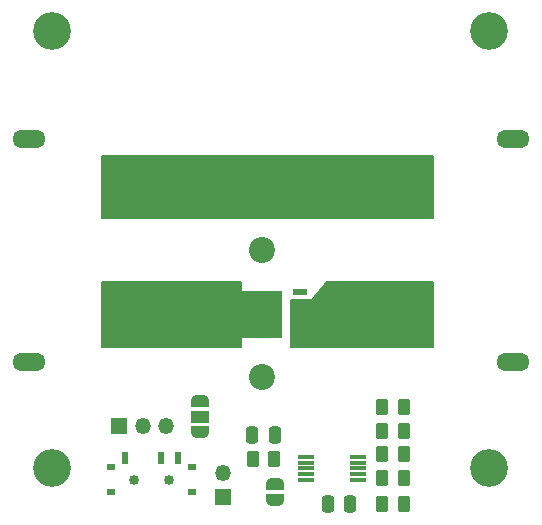
<source format=gbr>
%TF.GenerationSoftware,KiCad,Pcbnew,7.0.10-7.0.10~ubuntu20.04.1*%
%TF.CreationDate,2024-03-11T21:24:20+08:00*%
%TF.ProjectId,ESwitch,45537769-7463-4682-9e6b-696361645f70,rev?*%
%TF.SameCoordinates,Original*%
%TF.FileFunction,Soldermask,Top*%
%TF.FilePolarity,Negative*%
%FSLAX46Y46*%
G04 Gerber Fmt 4.6, Leading zero omitted, Abs format (unit mm)*
G04 Created by KiCad (PCBNEW 7.0.10-7.0.10~ubuntu20.04.1) date 2024-03-11 21:24:20*
%MOMM*%
%LPD*%
G01*
G04 APERTURE LIST*
G04 Aperture macros list*
%AMRoundRect*
0 Rectangle with rounded corners*
0 $1 Rounding radius*
0 $2 $3 $4 $5 $6 $7 $8 $9 X,Y pos of 4 corners*
0 Add a 4 corners polygon primitive as box body*
4,1,4,$2,$3,$4,$5,$6,$7,$8,$9,$2,$3,0*
0 Add four circle primitives for the rounded corners*
1,1,$1+$1,$2,$3*
1,1,$1+$1,$4,$5*
1,1,$1+$1,$6,$7*
1,1,$1+$1,$8,$9*
0 Add four rect primitives between the rounded corners*
20,1,$1+$1,$2,$3,$4,$5,0*
20,1,$1+$1,$4,$5,$6,$7,0*
20,1,$1+$1,$6,$7,$8,$9,0*
20,1,$1+$1,$8,$9,$2,$3,0*%
%AMFreePoly0*
4,1,15,0.305000,-0.510000,0.055000,-0.510000,0.055000,-4.010000,0.053536,-4.013536,0.050000,-4.015000,-3.860000,-4.015000,-3.863536,-4.013536,-3.865000,-4.010000,-3.865000,-0.200000,-3.863536,-0.196464,-3.860000,-0.195000,-0.305000,-0.195000,-0.305000,0.510000,0.305000,0.510000,0.305000,-0.510000,0.305000,-0.510000,$1*%
%AMFreePoly1*
4,1,19,0.550000,-0.750000,0.000000,-0.750000,0.000000,-0.744911,-0.071157,-0.744911,-0.207708,-0.704816,-0.327430,-0.627875,-0.420627,-0.520320,-0.479746,-0.390866,-0.500000,-0.250000,-0.500000,0.250000,-0.479746,0.390866,-0.420627,0.520320,-0.327430,0.627875,-0.207708,0.704816,-0.071157,0.744911,0.000000,0.744911,0.000000,0.750000,0.550000,0.750000,0.550000,-0.750000,0.550000,-0.750000,
$1*%
%AMFreePoly2*
4,1,19,0.000000,0.744911,0.071157,0.744911,0.207708,0.704816,0.327430,0.627875,0.420627,0.520320,0.479746,0.390866,0.500000,0.250000,0.500000,-0.250000,0.479746,-0.390866,0.420627,-0.520320,0.327430,-0.627875,0.207708,-0.704816,0.071157,-0.744911,0.000000,-0.744911,0.000000,-0.750000,-0.550000,-0.750000,-0.550000,0.750000,0.000000,0.750000,0.000000,0.744911,0.000000,0.744911,
$1*%
%AMFreePoly3*
4,1,19,0.500000,-0.750000,0.000000,-0.750000,0.000000,-0.744911,-0.071157,-0.744911,-0.207708,-0.704816,-0.327430,-0.627875,-0.420627,-0.520320,-0.479746,-0.390866,-0.500000,-0.250000,-0.500000,0.250000,-0.479746,0.390866,-0.420627,0.520320,-0.327430,0.627875,-0.207708,0.704816,-0.071157,0.744911,0.000000,0.744911,0.000000,0.750000,0.500000,0.750000,0.500000,-0.750000,0.500000,-0.750000,
$1*%
%AMFreePoly4*
4,1,19,0.000000,0.744911,0.071157,0.744911,0.207708,0.704816,0.327430,0.627875,0.420627,0.520320,0.479746,0.390866,0.500000,0.250000,0.500000,-0.250000,0.479746,-0.390866,0.420627,-0.520320,0.327430,-0.627875,0.207708,-0.704816,0.071157,-0.744911,0.000000,-0.744911,0.000000,-0.750000,-0.500000,-0.750000,-0.500000,0.750000,0.000000,0.750000,0.000000,0.744911,0.000000,0.744911,
$1*%
G04 Aperture macros list end*
%ADD10C,0.150000*%
%ADD11R,1.350000X1.350000*%
%ADD12O,1.350000X1.350000*%
%ADD13R,1.400000X0.300000*%
%ADD14R,1.270000X0.610000*%
%ADD15FreePoly0,90.000000*%
%ADD16R,1.020000X0.610000*%
%ADD17RoundRect,0.250000X0.262500X0.450000X-0.262500X0.450000X-0.262500X-0.450000X0.262500X-0.450000X0*%
%ADD18RoundRect,0.250000X-0.250000X-0.475000X0.250000X-0.475000X0.250000X0.475000X-0.250000X0.475000X0*%
%ADD19RoundRect,0.250000X0.250000X0.475000X-0.250000X0.475000X-0.250000X-0.475000X0.250000X-0.475000X0*%
%ADD20C,2.200000*%
%ADD21C,3.200000*%
%ADD22FreePoly1,90.000000*%
%ADD23R,1.500000X1.000000*%
%ADD24FreePoly2,90.000000*%
%ADD25FreePoly3,90.000000*%
%ADD26FreePoly4,90.000000*%
%ADD27RoundRect,0.250000X-0.262500X-0.450000X0.262500X-0.450000X0.262500X0.450000X-0.262500X0.450000X0*%
%ADD28C,5.120000*%
%ADD29RoundRect,0.102000X-2.458000X2.458000X-2.458000X-2.458000X2.458000X-2.458000X2.458000X2.458000X0*%
%ADD30O,2.804000X1.504000*%
%ADD31C,0.850000*%
%ADD32R,0.500000X1.000000*%
%ADD33R,0.800000X0.500000*%
%ADD34RoundRect,0.102000X2.458000X-2.458000X2.458000X2.458000X-2.458000X2.458000X-2.458000X-2.458000X0*%
G04 APERTURE END LIST*
D10*
X190500000Y-81750000D02*
X178750000Y-81750000D01*
X178750000Y-76250000D01*
X190500000Y-76250000D01*
X190500000Y-81750000D01*
G36*
X190500000Y-81750000D02*
G01*
X178750000Y-81750000D01*
X178750000Y-76250000D01*
X190500000Y-76250000D01*
X190500000Y-81750000D01*
G37*
X206750000Y-81750000D02*
X194750000Y-81750000D01*
X194750000Y-77750000D01*
X196500000Y-77750000D01*
X197750000Y-76250000D01*
X206750000Y-76250000D01*
X206750000Y-81750000D01*
G36*
X206750000Y-81750000D02*
G01*
X194750000Y-81750000D01*
X194750000Y-77750000D01*
X196500000Y-77750000D01*
X197750000Y-76250000D01*
X206750000Y-76250000D01*
X206750000Y-81750000D01*
G37*
X206750000Y-70750000D02*
X178750000Y-70750000D01*
X178750000Y-65500000D01*
X206750000Y-65500000D01*
X206750000Y-70750000D01*
G36*
X206750000Y-70750000D02*
G01*
X178750000Y-70750000D01*
X178750000Y-65500000D01*
X206750000Y-65500000D01*
X206750000Y-70750000D01*
G37*
D11*
%TO.C,J3*%
X189000000Y-94400000D03*
D12*
X189000000Y-92400000D03*
%TD*%
D13*
%TO.C,U1*%
X200400000Y-93000000D03*
X200400000Y-92500000D03*
X200400000Y-92000000D03*
X200400000Y-91500000D03*
X200400000Y-91000000D03*
X196000000Y-91000000D03*
X196000000Y-91500000D03*
X196000000Y-92000000D03*
X196000000Y-92500000D03*
X196000000Y-93000000D03*
%TD*%
D14*
%TO.C,Q1*%
X195498000Y-80905000D03*
X195498000Y-79635000D03*
X195498000Y-78365000D03*
X195498000Y-77095000D03*
D15*
X190033000Y-77095000D03*
D16*
X190033000Y-78365000D03*
X190033000Y-79635000D03*
X190033000Y-80905000D03*
%TD*%
D17*
%TO.C,R6*%
X204312500Y-95000000D03*
X202487500Y-95000000D03*
%TD*%
D18*
%TO.C,C1*%
X197850000Y-95000000D03*
X199750000Y-95000000D03*
%TD*%
D19*
%TO.C,C2*%
X193350000Y-89200000D03*
X191450000Y-89200000D03*
%TD*%
D20*
%TO.C,REF\u002A\u002A*%
X192250000Y-84250000D03*
%TD*%
D21*
%TO.C,REF\u002A\u002A*%
X174500000Y-92000000D03*
%TD*%
D22*
%TO.C,JP2*%
X187000000Y-88900000D03*
D23*
X187000000Y-87600000D03*
D24*
X187000000Y-86300000D03*
%TD*%
D21*
%TO.C,REF\u002A\u002A*%
X211500000Y-92000000D03*
%TD*%
D25*
%TO.C,JP1*%
X193400000Y-94650000D03*
D26*
X193400000Y-93350000D03*
%TD*%
D21*
%TO.C,REF\u002A\u002A*%
X211500000Y-55000000D03*
%TD*%
D20*
%TO.C,REF\u002A\u002A*%
X192250000Y-73500000D03*
%TD*%
D17*
%TO.C,R1*%
X204312500Y-92800000D03*
X202487500Y-92800000D03*
%TD*%
D27*
%TO.C,R7*%
X191487500Y-91200000D03*
X193312500Y-91200000D03*
%TD*%
D17*
%TO.C,R3*%
X204312500Y-86800000D03*
X202487500Y-86800000D03*
%TD*%
D27*
%TO.C,R2*%
X202487500Y-90800000D03*
X204312500Y-90800000D03*
%TD*%
D28*
%TO.C,J1*%
X181500000Y-68100000D03*
D29*
X181500000Y-79000000D03*
D30*
X172600000Y-83000000D03*
X172600000Y-64100000D03*
%TD*%
D21*
%TO.C,REF\u002A\u002A*%
X174500000Y-55000000D03*
%TD*%
D31*
%TO.C,SW1*%
X181450000Y-92950000D03*
X184450000Y-92950000D03*
D32*
X180700000Y-91100000D03*
X183700000Y-91100000D03*
X185200000Y-91100000D03*
D33*
X179500000Y-91900000D03*
X179500000Y-94000000D03*
X186400000Y-91900000D03*
X186400000Y-94000000D03*
%TD*%
D11*
%TO.C,J4*%
X180200000Y-88400000D03*
D12*
X182200000Y-88400000D03*
X184200000Y-88400000D03*
%TD*%
D28*
%TO.C,J2*%
X204100000Y-68100000D03*
D34*
X204100000Y-79000000D03*
D30*
X213500000Y-83000000D03*
X213500000Y-64100000D03*
%TD*%
D27*
%TO.C,R4*%
X202487500Y-88800000D03*
X204312500Y-88800000D03*
%TD*%
M02*

</source>
